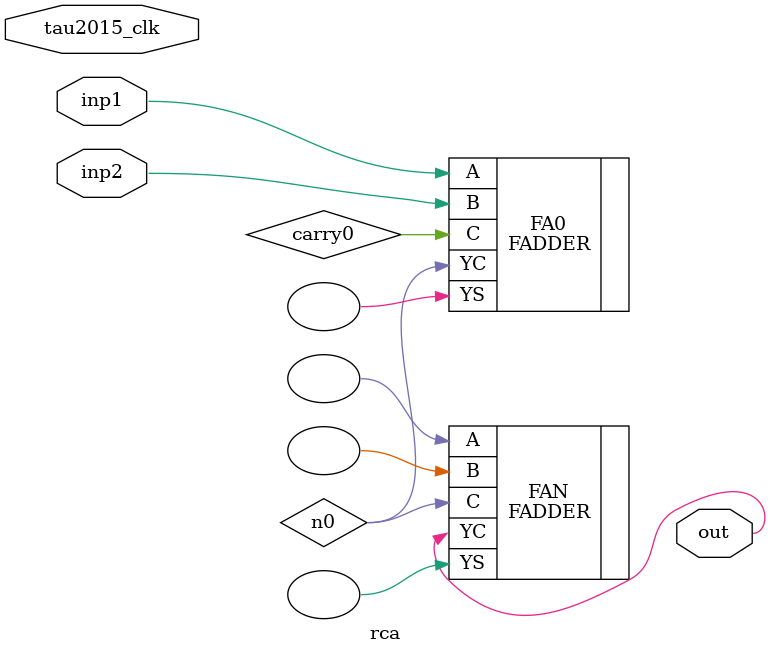
<source format=v>
module rca (
inp1,
inp2,
tau2015_clk,
out
);

// Start PIs
input inp1;
input inp2;
input tau2015_clk;

// Start POs
output out;

// Start wires
wire inp1;
wire inp2;
wire tau2015_clk;
wire out;
wire n0;

FADDER FA0 (
.A(inp1),
.B(inp2),
.C(carry0),
.YS( ),
.YC(n0)
);

FADDER FAN (
.A(),
.B(),
.C(n0),
.YS(),
.YC(out)
);

endmodule

</source>
